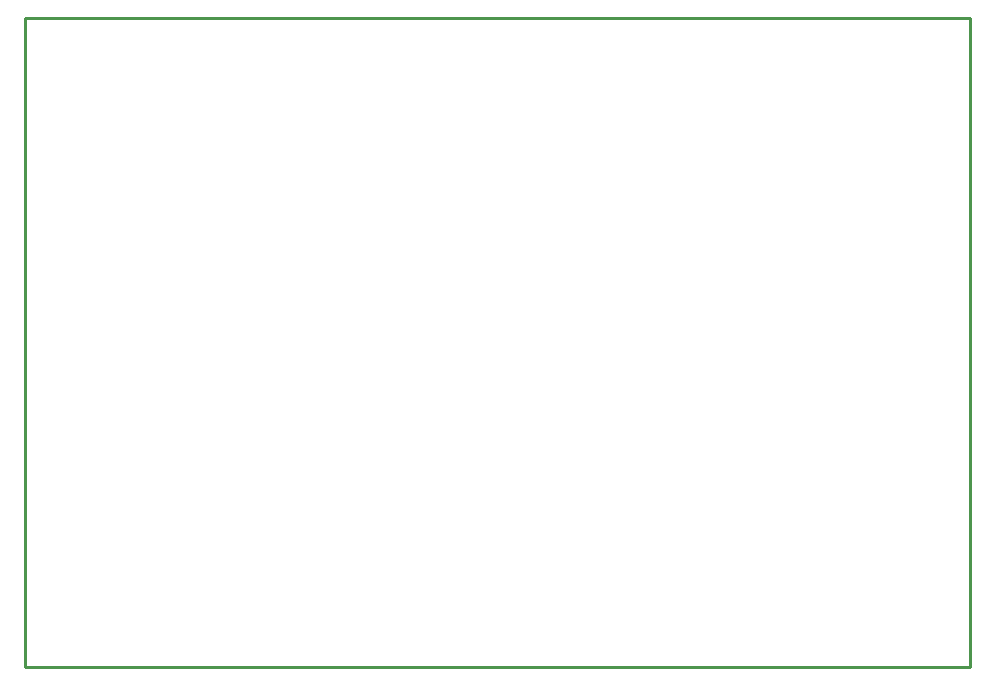
<source format=gbr>
G04 #@! TF.GenerationSoftware,KiCad,Pcbnew,5.1.0-rc2-unknown-036be7d~80~ubuntu16.04.1*
G04 #@! TF.CreationDate,2023-08-29T11:39:43+03:00*
G04 #@! TF.ProjectId,Neo6502_Rev_B,4e656f36-3530-4325-9f52-65765f422e6b,B*
G04 #@! TF.SameCoordinates,Original*
G04 #@! TF.FileFunction,Profile,NP*
%FSLAX46Y46*%
G04 Gerber Fmt 4.6, Leading zero omitted, Abs format (unit mm)*
G04 Created by KiCad (PCBNEW 5.1.0-rc2-unknown-036be7d~80~ubuntu16.04.1) date 2023-08-29 11:39:43*
%MOMM*%
%LPD*%
G04 APERTURE LIST*
%ADD10C,0.254000*%
G04 APERTURE END LIST*
D10*
X100000000Y-65000000D02*
X100000000Y-120000000D01*
X180000000Y-65000000D02*
X100000000Y-65000000D01*
X180000000Y-120000000D02*
X100000000Y-120000000D01*
X180000000Y-65000000D02*
X180000000Y-120000000D01*
M02*

</source>
